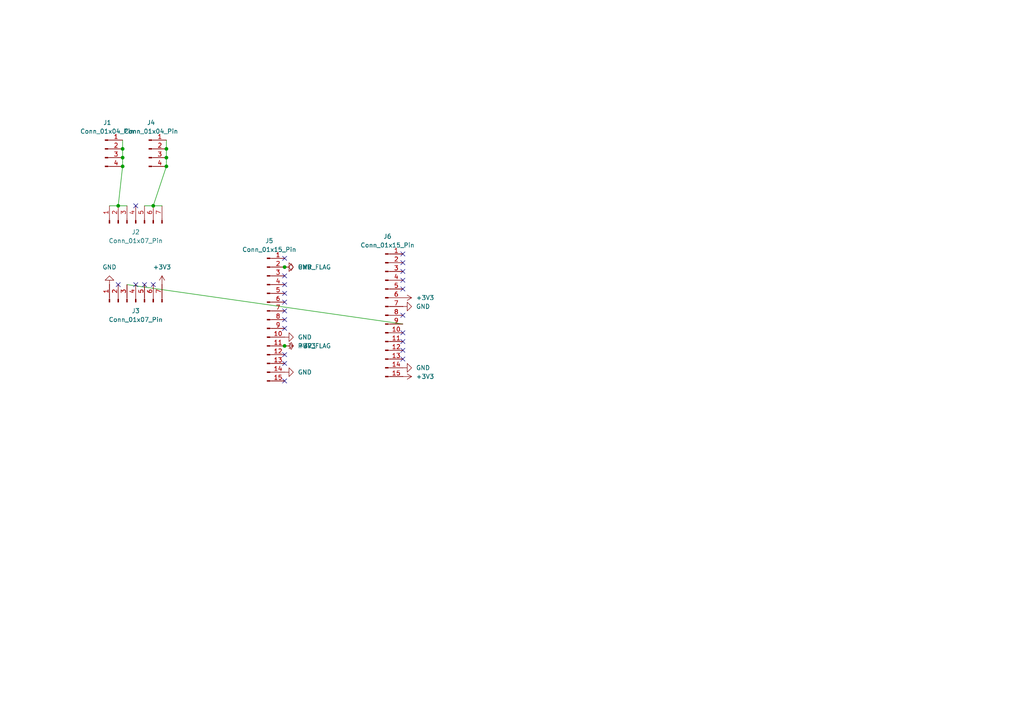
<source format=kicad_sch>
(kicad_sch (version 20231120) (generator "eeschema") (generator_version "8.0")
  (paper "A4")
  (lib_symbols
    (symbol "Connector:Conn_01x04_Pin" (pin_names (offset 1.016) hide)
      (property "Reference" "J" (at 0 5.08 0))
      (property "Value" "Conn_01x04_Pin" (at 0 -7.62 0))
      (symbol "Conn_01x04_Pin_1_1"
        (polyline (pts (xy 1.27 -5.08) (xy 0.8636 -5.08)) (stroke (width 0.1524)))
        (polyline (pts (xy 1.27 -2.54) (xy 0.8636 -2.54)) (stroke (width 0.1524)))
        (polyline (pts (xy 1.27 0) (xy 0.8636 0)) (stroke (width 0.1524)))
        (polyline (pts (xy 1.27 2.54) (xy 0.8636 2.54)) (stroke (width 0.1524)))
        (rectangle (start 0.8636 -4.953) (end 0 -5.207) (stroke (width 0.1524)) (fill (type outline)))
        (rectangle (start 0.8636 -2.413) (end 0 -2.667) (stroke (width 0.1524)) (fill (type outline)))
        (rectangle (start 0.8636 0.127) (end 0 -0.127) (stroke (width 0.1524)) (fill (type outline)))
        (rectangle (start 0.8636 2.667) (end 0 2.413) (stroke (width 0.1524)) (fill (type outline)))
        (pin passive line (at 5.08 2.54 180) (length 3.81) (name "Pin_1") (number "1"))
        (pin passive line (at 5.08 0 180) (length 3.81) (name "Pin_2") (number "2"))
        (pin passive line (at 5.08 -2.54 180) (length 3.81) (name "Pin_3") (number "3"))
        (pin passive line (at 5.08 -5.08 180) (length 3.81) (name "Pin_4") (number "4"))
      )
    )
    (symbol "Connector:Conn_01x07_Pin" (pin_names (offset 1.016) hide)
      (property "Reference" "J" (at 0 10.16 0))
      (property "Value" "Conn_01x07_Pin" (at 0 -10.16 0))
      (symbol "Conn_01x07_Pin_1_1"
        (polyline (pts (xy 1.27 -7.62) (xy 0.8636 -7.62)) (stroke (width 0.1524)))
        (polyline (pts (xy 1.27 -5.08) (xy 0.8636 -5.08)) (stroke (width 0.1524)))
        (polyline (pts (xy 1.27 -2.54) (xy 0.8636 -2.54)) (stroke (width 0.1524)))
        (polyline (pts (xy 1.27 0) (xy 0.8636 0)) (stroke (width 0.1524)))
        (polyline (pts (xy 1.27 2.54) (xy 0.8636 2.54)) (stroke (width 0.1524)))
        (polyline (pts (xy 1.27 5.08) (xy 0.8636 5.08)) (stroke (width 0.1524)))
        (polyline (pts (xy 1.27 7.62) (xy 0.8636 7.62)) (stroke (width 0.1524)))
        (rectangle (start 0.8636 -7.493) (end 0 -7.747) (stroke (width 0.1524)) (fill (type outline)))
        (rectangle (start 0.8636 -4.953) (end 0 -5.207) (stroke (width 0.1524)) (fill (type outline)))
        (rectangle (start 0.8636 -2.413) (end 0 -2.667) (stroke (width 0.1524)) (fill (type outline)))
        (rectangle (start 0.8636 0.127) (end 0 -0.127) (stroke (width 0.1524)) (fill (type outline)))
        (rectangle (start 0.8636 2.667) (end 0 2.413) (stroke (width 0.1524)) (fill (type outline)))
        (rectangle (start 0.8636 5.207) (end 0 4.953) (stroke (width 0.1524)) (fill (type outline)))
        (rectangle (start 0.8636 7.747) (end 0 7.493) (stroke (width 0.1524)) (fill (type outline)))
        (pin passive line (at 5.08 7.62 180) (length 3.81) (name "Pin_1") (number "1"))
        (pin passive line (at 5.08 5.08 180) (length 3.81) (name "Pin_2") (number "2"))
        (pin passive line (at 5.08 2.54 180) (length 3.81) (name "Pin_3") (number "3"))
        (pin passive line (at 5.08 0 180) (length 3.81) (name "Pin_4") (number "4"))
        (pin passive line (at 5.08 -2.54 180) (length 3.81) (name "Pin_5") (number "5"))
        (pin passive line (at 5.08 -5.08 180) (length 3.81) (name "Pin_6") (number "6"))
        (pin passive line (at 5.08 -7.62 180) (length 3.81) (name "Pin_7") (number "7"))
      )
    )
    (symbol "Connector:Conn_01x15_Pin" (pin_names (offset 1.016) hide)
      (property "Reference" "J" (at 0 20.32 0))
      (property "Value" "Conn_01x15_Pin" (at 0 -20.32 0))
      (symbol "Conn_01x15_Pin_1_1"
        (polyline (pts (xy 1.27 -17.78) (xy 0.8636 -17.78)) (stroke (width 0.1524)))
        (polyline (pts (xy 1.27 -15.24) (xy 0.8636 -15.24)) (stroke (width 0.1524)))
        (polyline (pts (xy 1.27 -12.7) (xy 0.8636 -12.7)) (stroke (width 0.1524)))
        (polyline (pts (xy 1.27 -10.16) (xy 0.8636 -10.16)) (stroke (width 0.1524)))
        (polyline (pts (xy 1.27 -7.62) (xy 0.8636 -7.62)) (stroke (width 0.1524)))
        (polyline (pts (xy 1.27 -5.08) (xy 0.8636 -5.08)) (stroke (width 0.1524)))
        (polyline (pts (xy 1.27 -2.54) (xy 0.8636 -2.54)) (stroke (width 0.1524)))
        (polyline (pts (xy 1.27 0) (xy 0.8636 0)) (stroke (width 0.1524)))
        (polyline (pts (xy 1.27 2.54) (xy 0.8636 2.54)) (stroke (width 0.1524)))
        (polyline (pts (xy 1.27 5.08) (xy 0.8636 5.08)) (stroke (width 0.1524)))
        (polyline (pts (xy 1.27 7.62) (xy 0.8636 7.62)) (stroke (width 0.1524)))
        (polyline (pts (xy 1.27 10.16) (xy 0.8636 10.16)) (stroke (width 0.1524)))
        (polyline (pts (xy 1.27 12.7) (xy 0.8636 12.7)) (stroke (width 0.1524)))
        (polyline (pts (xy 1.27 15.24) (xy 0.8636 15.24)) (stroke (width 0.1524)))
        (polyline (pts (xy 1.27 17.78) (xy 0.8636 17.78)) (stroke (width 0.1524)))
        (rectangle (start 0.8636 -17.653) (end 0 -17.907) (stroke (width 0.1524)) (fill (type outline)))
        (rectangle (start 0.8636 -15.113) (end 0 -15.367) (stroke (width 0.1524)) (fill (type outline)))
        (rectangle (start 0.8636 -12.573) (end 0 -12.827) (stroke (width 0.1524)) (fill (type outline)))
        (rectangle (start 0.8636 -10.033) (end 0 -10.287) (stroke (width 0.1524)) (fill (type outline)))
        (rectangle (start 0.8636 -7.493) (end 0 -7.747) (stroke (width 0.1524)) (fill (type outline)))
        (rectangle (start 0.8636 -4.953) (end 0 -5.207) (stroke (width 0.1524)) (fill (type outline)))
        (rectangle (start 0.8636 -2.413) (end 0 -2.667) (stroke (width 0.1524)) (fill (type outline)))
        (rectangle (start 0.8636 0.127) (end 0 -0.127) (stroke (width 0.1524)) (fill (type outline)))
        (rectangle (start 0.8636 2.667) (end 0 2.413) (stroke (width 0.1524)) (fill (type outline)))
        (rectangle (start 0.8636 5.207) (end 0 4.953) (stroke (width 0.1524)) (fill (type outline)))
        (rectangle (start 0.8636 7.747) (end 0 7.493) (stroke (width 0.1524)) (fill (type outline)))
        (rectangle (start 0.8636 10.287) (end 0 10.033) (stroke (width 0.1524)) (fill (type outline)))
        (rectangle (start 0.8636 12.827) (end 0 12.573) (stroke (width 0.1524)) (fill (type outline)))
        (rectangle (start 0.8636 15.367) (end 0 15.113) (stroke (width 0.1524)) (fill (type outline)))
        (rectangle (start 0.8636 17.907) (end 0 17.653) (stroke (width 0.1524)) (fill (type outline)))
        (pin passive line (at 5.08 17.78 180) (length 3.81) (name "Pin_1") (number "1"))
        (pin passive line (at 5.08 -5.08 180) (length 3.81) (name "Pin_10") (number "10"))
        (pin passive line (at 5.08 -7.62 180) (length 3.81) (name "Pin_11") (number "11"))
        (pin passive line (at 5.08 -10.16 180) (length 3.81) (name "Pin_12") (number "12"))
        (pin passive line (at 5.08 -12.7 180) (length 3.81) (name "Pin_13") (number "13"))
        (pin passive line (at 5.08 -15.24 180) (length 3.81) (name "Pin_14") (number "14"))
        (pin passive line (at 5.08 -17.78 180) (length 3.81) (name "Pin_15") (number "15"))
        (pin passive line (at 5.08 15.24 180) (length 3.81) (name "Pin_2") (number "2"))
        (pin passive line (at 5.08 12.7 180) (length 3.81) (name "Pin_3") (number "3"))
        (pin passive line (at 5.08 10.16 180) (length 3.81) (name "Pin_4") (number "4"))
        (pin passive line (at 5.08 7.62 180) (length 3.81) (name "Pin_5") (number "5"))
        (pin passive line (at 5.08 5.08 180) (length 3.81) (name "Pin_6") (number "6"))
        (pin passive line (at 5.08 2.54 180) (length 3.81) (name "Pin_7") (number "7"))
        (pin passive line (at 5.08 0 180) (length 3.81) (name "Pin_8") (number "8"))
        (pin passive line (at 5.08 -2.54 180) (length 3.81) (name "Pin_9") (number "9"))
      )
    )
    (symbol "power:+3V3" (power) (pin_numbers hide) (pin_names (offset 0) hide)
      (property "Value" "+3V3" (at 0 3.556 0))
      (symbol "+3V3_0_1"
        (polyline (pts (xy -0.762 1.27) (xy 0 2.54)))
        (polyline (pts (xy 0 0) (xy 0 2.54)))
        (polyline (pts (xy 0 2.54) (xy 0.762 1.27)))
      )
      (symbol "+3V3_1_1"
        (pin power_in line (at 0 0 90) (length 0) (name "~") (number "1"))
      )
    )
    (symbol "power:GND" (power) (pin_numbers hide) (pin_names (offset 0) hide)
      (property "Value" "GND" (at 0 -3.81 0))
      (symbol "GND_0_1"
        (polyline (pts (xy 0 0) (xy 0 -1.27) (xy 1.27 -1.27) (xy 0 -2.54) (xy -1.27 -1.27) (xy 0 -1.27)))
      )
      (symbol "GND_1_1"
        (pin power_in line (at 0 0 270) (length 0) (name "~") (number "1"))
      )
    )
    (symbol "power:PWR_FLAG" (power) (pin_numbers hide) (pin_names (offset 0) hide)
      (property "Value" "PWR_FLAG" (at 0 3.81 0))
      (symbol "PWR_FLAG_0_0"
        (pin power_out line (at 0 0 90) (length 0) (name "~") (number "1"))
      )
      (symbol "PWR_FLAG_0_1"
        (polyline (pts (xy 0 0) (xy 0 1.27) (xy -1.016 1.905) (xy 0 2.54) (xy 1.016 1.905) (xy 0 1.27)))
      )
    )
  )
  (junction (at 82.55 100.33))
  (junction (at 44.45 59.69))
  (junction (at 48.26 43.18))
  (junction (at 48.26 45.72))
  (junction (at 48.26 48.26))
  (junction (at 35.56 43.18))
  (junction (at 82.55 77.47))
  (junction (at 34.29 59.69))
  (junction (at 35.56 48.26))
  (junction (at 35.56 45.72))
  (no_connect (at 116.84 101.6))
  (no_connect (at 82.55 80.01))
  (no_connect (at 116.84 99.06))
  (no_connect (at 41.91 82.55))
  (no_connect (at 116.84 76.2))
  (no_connect (at 116.84 78.74))
  (no_connect (at 44.45 82.55))
  (no_connect (at 82.55 110.49))
  (no_connect (at 116.84 104.14))
  (no_connect (at 82.55 90.17))
  (no_connect (at 116.84 83.82))
  (no_connect (at 82.55 102.87))
  (no_connect (at 82.55 105.41))
  (no_connect (at 82.55 82.55))
  (no_connect (at 82.55 87.63))
  (no_connect (at 82.55 74.93))
  (no_connect (at 82.55 85.09))
  (no_connect (at 39.37 59.69))
  (no_connect (at 82.55 95.25))
  (no_connect (at 39.37 82.55))
  (no_connect (at 116.84 81.28))
  (no_connect (at 116.84 91.44))
  (no_connect (at 116.84 96.52))
  (no_connect (at 116.84 73.66))
  (no_connect (at 82.55 92.71))
  (no_connect (at 34.29 82.55))
  (wire (pts (xy 35.56 43.18) (xy 35.56 45.72)))
  (wire (pts (xy 116.84 93.98) (xy 36.83 82.55)))
  (wire (pts (xy 34.29 59.69) (xy 36.83 59.69)))
  (wire (pts (xy 48.26 43.18) (xy 48.26 45.72)))
  (wire (pts (xy 35.56 40.64) (xy 35.56 43.18)))
  (wire (pts (xy 31.75 59.69) (xy 34.29 59.69)))
  (wire (pts (xy 48.26 40.64) (xy 48.26 43.18)))
  (wire (pts (xy 35.56 45.72) (xy 35.56 48.26)))
  (wire (pts (xy 35.56 48.26) (xy 34.29 59.69)))
  (wire (pts (xy 48.26 48.26) (xy 44.45 59.69)))
  (wire (pts (xy 44.45 59.69) (xy 41.91 59.69)))
  (wire (pts (xy 46.99 59.69) (xy 44.45 59.69)))
  (wire (pts (xy 48.26 45.72) (xy 48.26 48.26)))
  (symbol (lib_id "Connector:Conn_01x15_Pin") (at 111.76 91.44 0) (unit 1)
    (property "Reference" "J6" (at 112.395 68.58 0))
    (property "Value" "Conn_01x15_Pin" (at 112.395 71.12 0))
    (property "Footprint" "Connector_PinHeader_2.54mm:PinHeader_1x15_P2.54mm_Vertical" (effects (hide yes)))
    (property "Description" "Generic connector, single row, 01x15, script generated" (effects (hide yes)))
  )
  (symbol (lib_id "power:GND") (at 82.55 107.95 90) (unit 1)
    (property "Reference" "#PWR06" (effects (hide yes)))
    (property "Value" "GND" (at 86.36 107.9499 90) (effects (justify right)))
    (property "Description" "Power symbol creates a global label with name \"GND\" , ground" (effects (hide yes)))
  )
  (symbol (lib_id "power:GND") (at 82.55 77.47 90) (unit 1)
    (property "Reference" "#PWR03" (effects (hide yes)))
    (property "Value" "GND" (at 86.36 77.4699 90) (effects (justify right)))
    (property "Description" "Power symbol creates a global label with name \"GND\" , ground" (effects (hide yes)))
  )
  (symbol (lib_id "power:GND") (at 31.75 82.55 180) (unit 1)
    (property "Reference" "#PWR01" (effects (hide yes)))
    (property "Value" "GND" (at 31.75 77.47 0))
    (property "Description" "Power symbol creates a global label with name \"GND\" , ground" (effects (hide yes)))
  )
  (symbol (lib_id "power:GND") (at 116.84 88.9 90) (unit 1)
    (property "Reference" "#PWR08" (effects (hide yes)))
    (property "Value" "GND" (at 120.65 88.8999 90) (effects (justify right)))
    (property "Description" "Power symbol creates a global label with name \"GND\" , ground" (effects (hide yes)))
  )
  (symbol (lib_id "power:+3V3") (at 116.84 86.36 270) (unit 1)
    (property "Reference" "#PWR07" (effects (hide yes)))
    (property "Value" "+3V3" (at 120.65 86.3599 90) (effects (justify left)))
    (property "Description" "Power symbol creates a global label with name \"+3V3\"" (effects (hide yes)))
  )
  (symbol (lib_id "Connector:Conn_01x07_Pin") (at 39.37 64.77 90) (unit 1)
    (property "Reference" "J2" (at 39.37 67.31 90))
    (property "Value" "Conn_01x07_Pin" (at 39.37 69.85 90))
    (property "Footprint" "Connector_PinHeader_2.54mm:PinHeader_1x07_P2.54mm_Vertical" (effects (hide yes)))
    (property "Description" "Generic connector, single row, 01x07, script generated" (effects (hide yes)))
  )
  (symbol (lib_id "power:GND") (at 82.55 97.79 90) (unit 1)
    (property "Reference" "#PWR04" (effects (hide yes)))
    (property "Value" "GND" (at 86.36 97.7899 90) (effects (justify right)))
    (property "Description" "Power symbol creates a global label with name \"GND\" , ground" (effects (hide yes)))
  )
  (symbol (lib_id "power:PWR_FLAG") (at 82.55 100.33 270) (unit 1)
    (property "Reference" "#FLG02" (effects (hide yes)))
    (property "Value" "PWR_FLAG" (at 86.36 100.3299 90) (effects (justify left)))
    (property "Description" "Special symbol for telling ERC where power comes from" (effects (hide yes)))
  )
  (symbol (lib_id "power:PWR_FLAG") (at 82.55 77.47 270) (unit 1)
    (property "Reference" "#FLG01" (effects (hide yes)))
    (property "Value" "PWR_FLAG" (at 86.36 77.4699 90) (effects (justify left)))
    (property "Description" "Special symbol for telling ERC where power comes from" (effects (hide yes)))
  )
  (symbol (lib_id "power:+3V3") (at 46.99 82.55 0) (unit 1)
    (property "Reference" "#PWR02" (effects (hide yes)))
    (property "Value" "+3V3" (at 46.99 77.47 0))
    (property "Description" "Power symbol creates a global label with name \"+3V3\"" (effects (hide yes)))
  )
  (symbol (lib_id "Connector:Conn_01x04_Pin") (at 43.18 43.18 0) (unit 1)
    (property "Reference" "J4" (at 43.815 35.56 0))
    (property "Value" "Conn_01x04_Pin" (at 43.815 38.1 0))
    (property "Footprint" "Connector_PinHeader_2.54mm:PinHeader_1x04_P2.54mm_Vertical" (effects (hide yes)))
    (property "Description" "Generic connector, single row, 01x04, script generated" (effects (hide yes)))
  )
  (symbol (lib_id "power:GND") (at 116.84 106.68 90) (unit 1)
    (property "Reference" "#PWR09" (effects (hide yes)))
    (property "Value" "GND" (at 120.65 106.6799 90) (effects (justify right)))
    (property "Description" "Power symbol creates a global label with name \"GND\" , ground" (effects (hide yes)))
  )
  (symbol (lib_id "Connector:Conn_01x07_Pin") (at 39.37 87.63 90) (unit 1)
    (property "Reference" "J3" (at 39.37 90.17 90))
    (property "Value" "Conn_01x07_Pin" (at 39.37 92.71 90))
    (property "Footprint" "Connector_PinHeader_2.54mm:PinHeader_1x07_P2.54mm_Vertical" (effects (hide yes)))
    (property "Description" "Generic connector, single row, 01x07, script generated" (effects (hide yes)))
  )
  (symbol (lib_id "Connector:Conn_01x15_Pin") (at 77.47 92.71 0) (unit 1)
    (property "Reference" "J5" (at 78.105 69.85 0))
    (property "Value" "Conn_01x15_Pin" (at 78.105 72.39 0))
    (property "Footprint" "Connector_PinHeader_2.54mm:PinHeader_1x15_P2.54mm_Vertical" (effects (hide yes)))
    (property "Description" "Generic connector, single row, 01x15, script generated" (effects (hide yes)))
  )
  (symbol (lib_id "power:+3V3") (at 82.55 100.33 270) (unit 1)
    (property "Reference" "#PWR05" (effects (hide yes)))
    (property "Value" "+3V3" (at 86.36 100.3299 90) (effects (justify left)))
    (property "Description" "Power symbol creates a global label with name \"+3V3\"" (effects (hide yes)))
  )
  (symbol (lib_id "Connector:Conn_01x04_Pin") (at 30.48 43.18 0) (unit 1)
    (property "Reference" "J1" (at 31.115 35.56 0))
    (property "Value" "Conn_01x04_Pin" (at 31.115 38.1 0))
    (property "Footprint" "Connector_PinHeader_2.54mm:PinHeader_1x04_P2.54mm_Vertical" (effects (hide yes)))
    (property "Description" "Generic connector, single row, 01x04, script generated" (effects (hide yes)))
  )
  (symbol (lib_id "power:+3V3") (at 116.84 109.22 270) (unit 1)
    (property "Reference" "#PWR010" (effects (hide yes)))
    (property "Value" "+3V3" (at 120.65 109.2199 90) (effects (justify left)))
    (property "Description" "Power symbol creates a global label with name \"+3V3\"" (effects (hide yes)))
  )
)
</source>
